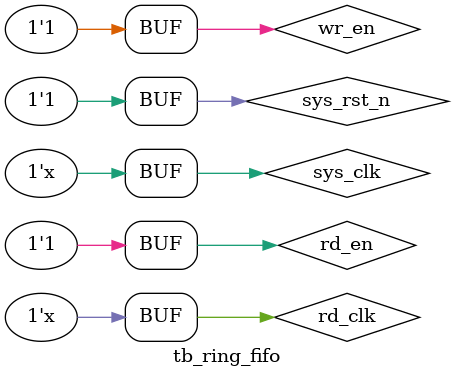
<source format=v>
`timescale  1ns/1ns

module  tb_ring_fifo#(
    parameter   data_width = 8,
    parameter   data_depth = 60,
    parameter   addr_width = 13,
    parameter   package_size = 60 
);

reg            sys_clk      ;   
reg            sys_rst_n    ;  

reg                   wr_en  ;     
reg                   rd_clk ;
reg                   rd_en  ;

wire                   valid  ;
wire [data_width-1:0]  dout   ;
wire                   package_ready; 
wire                   empty  ;
wire                   empty1 ;
wire                   full1  ;
wire                   empty2 ;
wire                   full2  ;
wire                   ram_wr_sel ;
wire                   ram1_rd_sel;
wire                   ram2_rd_sel;
wire                   wr_en1 ;
wire                   wr_en2 ;
wire                   rd_en1 ;
wire                   rd_en2 ;
wire                   rd_out ;
wire                   rd_sel ;
wire [data_width-1:0]  dout1  ;
wire [data_width-1:0]  dout2  ;
wire                   valid1 ;
wire                   valid2 ;
wire                   emp_sel;  


wire            data_in0    ;
wire            data_in1    ;
wire            data_in2    ;
wire            data_in3    ;
wire            data_in4    ;
wire            data_in5    ;
wire            data_in6    ;
wire            data_in7    ;
wire            clk_out     ;  
wire            frame_vaild ;  
wire            line_vaild  ;  
wire    [2:0]   state       ;
wire    [7:0]   data_in     ;
wire            daq_clk     ;

wire [addr_width-1:0]   wr_addr1;
wire [addr_width-1:0]   rd_addr1;
wire [addr_width-1:0]   wr_addr2;
wire [addr_width-1:0]   rd_addr2;


initial
    begin
        sys_clk    = 0;
        sys_rst_n  = 0;
        wr_en = 0;
        rd_clk = 0;
        rd_en = 0;

        #50 sys_rst_n  = 1;

        #50 wr_en = 1;

        #500 wr_en = 0;

        #200  wr_en = 1;

        #1000 wr_en = 0;
        #200 wr_en = 1;

        #1700 rd_en = 1;
        #500 rd_en = 0;
        #200 rd_en = 1;

    end

always  #10 sys_clk  <=  ~sys_clk;
always  #5 rd_clk   <=  ~rd_clk;


DATA_GEN#(
    .CNT20_MAX  ( 4  ),
    .CNT10_MAX  ( 9  ),
    .CNT5_MAX   ( 19 ),
    .LINE_MAX   (100 ),
    .FRAME_MAX  (2000)
) DATA_GEN_inst
(
    .sys_clk     (sys_clk    ),   //ÏµÍ³Ê±ÖÓ£¬ÆµÂÊ50MHz
    .sys_rst_n   (sys_rst_n  ),   //¸´Î»ÐÅºÅ,µÍµçÆ½ÓÐÐ§

    .data_in0    (data_in0   ),
    .data_in1    (data_in1   ),
    .data_in2    (data_in2   ),
    .data_in3    (data_in3   ),
    .data_in4    (data_in4   ),
    .data_in5    (data_in5   ),
    .data_in6    (data_in6   ),
    .data_in7    (data_in7   ),
    .clk_out     (clk_out    ),
    .frame_vaild (frame_vaild),
    .line_vaild  (line_vaild )
);


DAQ_sync DAQ_sync_inst
(
    .sys_clk     (sys_clk    ),   
    .sys_rst_n   (sys_rst_n  ),   
    .data_in0    (data_in0   ),
    .data_in1    (data_in1   ),
    .data_in2    (data_in2   ),
    .data_in3    (data_in3   ),
    .data_in4    (data_in4   ),
    .data_in5    (data_in5   ),
    .data_in6    (data_in6   ),
    .data_in7    (data_in7   ),

    .clk_out     (clk_out    ),  
    .frame_vaild (frame_vaild),  
    .line_vaild  (line_vaild ),  

    .state       (state      ),


    .data_in     (data_in    ),
    .daq_clk     (daq_clk    )
);

ring_fifo#(
    .data_width     (data_width) ,
    .data_depth     (data_depth),
    .addr_width     (addr_width) ,
    .package_size   (package_size)  //Õý³£Ó¦¸ÃÊÇ38912
)ring_fifo_inst
(
    .rst_n   (sys_rst_n ),
    .wr_clk  (daq_clk   ),
    .wr_en   (wr_en     ),
    .din     (data_in   ),         
    .rd_clk  (rd_clk    ),
    .rd_en   (rd_en     ),

    .valid           (valid        ),
    .dout            (dout         ),
    .package_ready   (package_ready), //Ö¸Ê¾´ý·¢ËÍÊý¾Ý°üÒÑ×¼±¸ºÃ
    .empty           (empty        ),
    .empty1          (empty1       ),
    .full1           (full1        ),
    .empty2          (empty2       ),
    .full2           (full2        ),
    .wr_en1          (wr_en1       ),
    .wr_en2          (wr_en2       ),
    .rd_en1          (rd_en1       ),
    .rd_en2          (rd_en2       ),
    .rd_out          (rd_out       ),
    .rd_sel          (rd_sel       ),
    .dout1           (dout1        ),
    .dout2           (dout2        ),  
    .valid1          (valid1       ),
    .valid2          (valid2       ),
    .emp_sel         (emp_sel      ),
    .wr_addr1        (wr_addr1     ),
    .rd_addr1        (rd_addr1     ),
    .wr_addr2        (wr_addr2     ),
    .rd_addr2        (rd_addr2     ),
    .ram_wr_sel      (ram_wr_sel   ),
    .ram1_rd_sel     (ram1_rd_sel  ),
    .ram2_rd_sel     (ram2_rd_sel  )
);


endmodule
</source>
